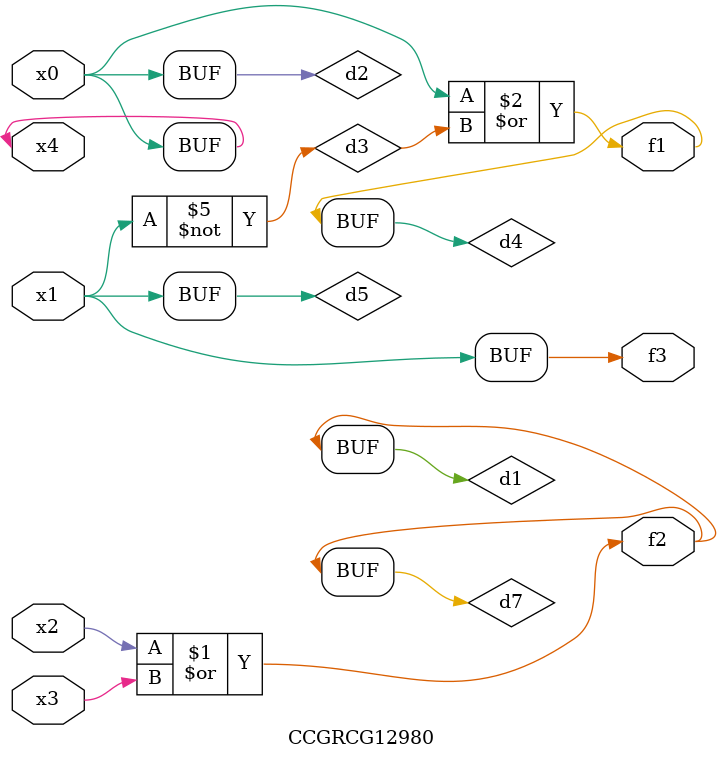
<source format=v>
module CCGRCG12980(
	input x0, x1, x2, x3, x4,
	output f1, f2, f3
);

	wire d1, d2, d3, d4, d5, d6, d7;

	or (d1, x2, x3);
	buf (d2, x0, x4);
	not (d3, x1);
	or (d4, d2, d3);
	not (d5, d3);
	nand (d6, d1, d3);
	or (d7, d1);
	assign f1 = d4;
	assign f2 = d7;
	assign f3 = d5;
endmodule

</source>
